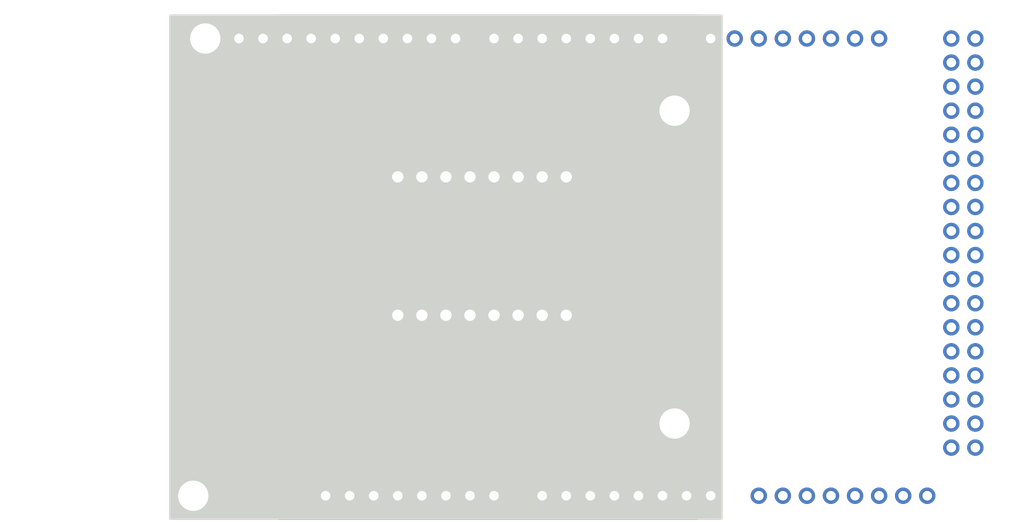
<source format=kicad_pcb>
(kicad_pcb (version 20171130) (host pcbnew "(5.0.1)-3")

  (general
    (thickness 1.6)
    (drawings 10)
    (tracks 38)
    (zones 0)
    (modules 6)
    (nets 86)
  )

  (page A4)
  (layers
    (0 F.Cu signal)
    (31 B.Cu signal)
    (32 B.Adhes user hide)
    (33 F.Adhes user hide)
    (34 B.Paste user)
    (35 F.Paste user)
    (36 B.SilkS user)
    (37 F.SilkS user)
    (38 B.Mask user)
    (39 F.Mask user)
    (40 Dwgs.User user hide)
    (41 Cmts.User user hide)
    (42 Eco1.User user hide)
    (43 Eco2.User user hide)
    (44 Edge.Cuts user)
    (45 Margin user)
    (46 B.CrtYd user)
    (47 F.CrtYd user)
    (48 B.Fab user)
    (49 F.Fab user hide)
  )

  (setup
    (last_trace_width 0.25)
    (trace_clearance 0.2)
    (zone_clearance 0.508)
    (zone_45_only no)
    (trace_min 0.2)
    (segment_width 0.2)
    (edge_width 0.15)
    (via_size 0.8)
    (via_drill 0.4)
    (via_min_size 0.4)
    (via_min_drill 0.3)
    (uvia_size 0.3)
    (uvia_drill 0.1)
    (uvias_allowed no)
    (uvia_min_size 0.2)
    (uvia_min_drill 0.1)
    (pcb_text_width 0.3)
    (pcb_text_size 1.5 1.5)
    (mod_edge_width 0.15)
    (mod_text_size 1 1)
    (mod_text_width 0.15)
    (pad_size 1.524 1.524)
    (pad_drill 0.762)
    (pad_to_mask_clearance 0.2)
    (solder_mask_min_width 0.1)
    (pad_to_paste_clearance_ratio -0.05)
    (aux_axis_origin 76.2 121.92)
    (visible_elements 7FFFFFFF)
    (pcbplotparams
      (layerselection 0x010f0_ffffffff)
      (usegerberextensions true)
      (usegerberattributes false)
      (usegerberadvancedattributes false)
      (creategerberjobfile false)
      (excludeedgelayer true)
      (linewidth 0.100000)
      (plotframeref false)
      (viasonmask false)
      (mode 1)
      (useauxorigin false)
      (hpglpennumber 1)
      (hpglpenspeed 20)
      (hpglpendiameter 15.000000)
      (psnegative false)
      (psa4output false)
      (plotreference true)
      (plotvalue true)
      (plotinvisibletext false)
      (padsonsilk true)
      (subtractmaskfromsilk false)
      (outputformat 1)
      (mirror false)
      (drillshape 0)
      (scaleselection 1)
      (outputdirectory "gerber/"))
  )

  (net 0 "")
  (net 1 "Net-(XA1-PadGND3)")
  (net 2 "Net-(XA1-PadGND2)")
  (net 3 "Net-(XA1-PadRST1)")
  (net 4 "Net-(XA1-PadIORF)")
  (net 5 "Net-(XA1-PadD15)")
  (net 6 "Net-(XA1-PadD14)")
  (net 7 "Net-(XA1-PadD0)")
  (net 8 "Net-(XA1-PadD1)")
  (net 9 "Net-(XA1-PadD2)")
  (net 10 "Net-(XA1-PadD3)")
  (net 11 GND)
  (net 12 "Net-(XA1-PadAREF)")
  (net 13 "Net-(XA1-PadA5)")
  (net 14 "Net-(XA1-PadA6)")
  (net 15 "Net-(XA1-PadA11)")
  (net 16 "Net-(XA1-PadA12)")
  (net 17 "Net-(XA1-PadA13)")
  (net 18 "Net-(XA1-PadA14)")
  (net 19 "Net-(XA1-Pad5V3)")
  (net 20 "Net-(XA1-Pad5V4)")
  (net 21 "Net-(XA1-PadD22)")
  (net 22 "Net-(XA1-PadD23)")
  (net 23 "Net-(XA1-PadD24)")
  (net 24 "Net-(XA1-PadD25)")
  (net 25 "Net-(XA1-PadD27)")
  (net 26 "Net-(XA1-PadD45)")
  (net 27 "Net-(XA1-PadGND5)")
  (net 28 "Net-(XA1-PadGND6)")
  (net 29 +5V)
  (net 30 Tacho_L1)
  (net 31 Tacho_L2)
  (net 32 PWM_L2)
  (net 33 PWM_L1)
  (net 34 "Net-(XA1-PadD53)")
  (net 35 L2)
  (net 36 "Net-(XA1-PadD47)")
  (net 37 "Net-(XA1-PadD49)")
  (net 38 "Net-(XA1-PadD51)")
  (net 39 TEMP4)
  (net 40 TEMP1)
  (net 41 TEMP2)
  (net 42 TEMP3)
  (net 43 "Net-(XA1-PadD37)")
  (net 44 "Net-(XA1-PadD39)")
  (net 45 DHT1)
  (net 46 DHT2)
  (net 47 "Net-(XA1-PadD35)")
  (net 48 "Net-(XA1-PadD36)")
  (net 49 "Net-(XA1-PadD38)")
  (net 50 L1)
  (net 51 TGS2600)
  (net 52 DRUCK2)
  (net 53 DRUCK1)
  (net 54 BP_POW)
  (net 55 BP_DIR)
  (net 56 SDA)
  (net 57 SCL)
  (net 58 CO2_RX)
  (net 59 CO2_TX)
  (net 60 "Net-(XA1-PadD52)")
  (net 61 "Net-(XA1-PadD50)")
  (net 62 "Net-(XA1-PadD4)")
  (net 63 "Net-(XA1-PadD5)")
  (net 64 "Net-(XA1-PadA7)")
  (net 65 "Net-(XA1-PadD26)")
  (net 66 "Net-(XA1-PadD34)")
  (net 67 "Net-(XA1-PadD48)")
  (net 68 "Net-(XA1-PadSCL)")
  (net 69 "Net-(XA1-PadSDA)")
  (net 70 "Net-(XA1-PadA8)")
  (net 71 +3V3)
  (net 72 LCD_RST)
  (net 73 LCD_CS)
  (net 74 LCD_RS)
  (net 75 LCD_WR)
  (net 76 LCD_RD)
  (net 77 LCD_D1)
  (net 78 LCD_D0)
  (net 79 LCD_D7)
  (net 80 LCD_D6)
  (net 81 LCD_D5)
  (net 82 LCD_D2)
  (net 83 LCD_D3)
  (net 84 LCD_D4)
  (net 85 "Net-(XA1-PadVIN)")

  (net_class Default "Dies ist die voreingestellte Netzklasse."
    (clearance 0.2)
    (trace_width 0.25)
    (via_dia 0.8)
    (via_drill 0.4)
    (uvia_dia 0.3)
    (uvia_drill 0.1)
    (add_net BP_DIR)
    (add_net BP_POW)
    (add_net CO2_RX)
    (add_net CO2_TX)
    (add_net DHT1)
    (add_net DHT2)
    (add_net DRUCK1)
    (add_net DRUCK2)
    (add_net GND)
    (add_net L1)
    (add_net L2)
    (add_net LCD_CS)
    (add_net LCD_D0)
    (add_net LCD_D1)
    (add_net LCD_D2)
    (add_net LCD_D3)
    (add_net LCD_D4)
    (add_net LCD_D5)
    (add_net LCD_D6)
    (add_net LCD_D7)
    (add_net LCD_RD)
    (add_net LCD_RS)
    (add_net LCD_RST)
    (add_net LCD_WR)
    (add_net "Net-(XA1-Pad5V3)")
    (add_net "Net-(XA1-Pad5V4)")
    (add_net "Net-(XA1-PadA11)")
    (add_net "Net-(XA1-PadA12)")
    (add_net "Net-(XA1-PadA13)")
    (add_net "Net-(XA1-PadA14)")
    (add_net "Net-(XA1-PadA5)")
    (add_net "Net-(XA1-PadA6)")
    (add_net "Net-(XA1-PadA7)")
    (add_net "Net-(XA1-PadA8)")
    (add_net "Net-(XA1-PadAREF)")
    (add_net "Net-(XA1-PadD0)")
    (add_net "Net-(XA1-PadD1)")
    (add_net "Net-(XA1-PadD14)")
    (add_net "Net-(XA1-PadD15)")
    (add_net "Net-(XA1-PadD2)")
    (add_net "Net-(XA1-PadD22)")
    (add_net "Net-(XA1-PadD23)")
    (add_net "Net-(XA1-PadD24)")
    (add_net "Net-(XA1-PadD25)")
    (add_net "Net-(XA1-PadD26)")
    (add_net "Net-(XA1-PadD27)")
    (add_net "Net-(XA1-PadD3)")
    (add_net "Net-(XA1-PadD34)")
    (add_net "Net-(XA1-PadD35)")
    (add_net "Net-(XA1-PadD36)")
    (add_net "Net-(XA1-PadD37)")
    (add_net "Net-(XA1-PadD38)")
    (add_net "Net-(XA1-PadD39)")
    (add_net "Net-(XA1-PadD4)")
    (add_net "Net-(XA1-PadD45)")
    (add_net "Net-(XA1-PadD47)")
    (add_net "Net-(XA1-PadD48)")
    (add_net "Net-(XA1-PadD49)")
    (add_net "Net-(XA1-PadD5)")
    (add_net "Net-(XA1-PadD50)")
    (add_net "Net-(XA1-PadD51)")
    (add_net "Net-(XA1-PadD52)")
    (add_net "Net-(XA1-PadD53)")
    (add_net "Net-(XA1-PadGND2)")
    (add_net "Net-(XA1-PadGND3)")
    (add_net "Net-(XA1-PadGND5)")
    (add_net "Net-(XA1-PadGND6)")
    (add_net "Net-(XA1-PadIORF)")
    (add_net "Net-(XA1-PadRST1)")
    (add_net "Net-(XA1-PadSCL)")
    (add_net "Net-(XA1-PadSDA)")
    (add_net "Net-(XA1-PadVIN)")
    (add_net PWM_L1)
    (add_net PWM_L2)
    (add_net SCL)
    (add_net SDA)
    (add_net TEMP1)
    (add_net TEMP2)
    (add_net TEMP3)
    (add_net TEMP4)
    (add_net TGS2600)
    (add_net Tacho_L1)
    (add_net Tacho_L2)
  )

  (net_class Power ""
    (clearance 0.3)
    (trace_width 0.6)
    (via_dia 0.8)
    (via_drill 0.4)
    (uvia_dia 0.3)
    (uvia_drill 0.1)
    (add_net +3V3)
    (add_net +5V)
  )

  (module Arduino:Arduino_Mega2560_Shield_no_ICSP (layer F.Cu) (tedit 5C123A43) (tstamp 5B79BA5B)
    (at 76.2 121.92)
    (descr https://store.arduino.cc/arduino-mega-2560-rev3)
    (path /5B783564)
    (fp_text reference XA1 (at 2.54 -54.356) (layer F.Fab)
      (effects (font (size 1 1) (thickness 0.15)))
    )
    (fp_text value Arduino_Mega2560_Shield (at 15.494 -54.356) (layer F.Fab)
      (effects (font (size 1 1) (thickness 0.15)))
    )
    (fp_line (start 9.525 -32.385) (end -6.35 -32.385) (layer B.CrtYd) (width 0.15))
    (fp_line (start 9.525 -43.815) (end -6.35 -43.815) (layer B.CrtYd) (width 0.15))
    (fp_line (start 9.525 -43.815) (end 9.525 -32.385) (layer B.CrtYd) (width 0.15))
    (fp_line (start -6.35 -43.815) (end -6.35 -32.385) (layer B.CrtYd) (width 0.15))
    (fp_text user . (at 62.484 -32.004) (layer F.SilkS)
      (effects (font (size 1 1) (thickness 0.15)))
    )
    (fp_line (start 11.43 -12.065) (end 11.43 -3.175) (layer B.CrtYd) (width 0.15))
    (fp_line (start -1.905 -3.175) (end 11.43 -3.175) (layer B.CrtYd) (width 0.15))
    (fp_line (start -1.905 -12.065) (end -1.905 -3.175) (layer B.CrtYd) (width 0.15))
    (fp_line (start -1.905 -12.065) (end 11.43 -12.065) (layer B.CrtYd) (width 0.15))
    (fp_line (start 0 -53.34) (end 0 0) (layer F.Fab) (width 0.15))
    (fp_line (start 99.06 -40.64) (end 99.06 -51.816) (layer F.Fab) (width 0.15))
    (fp_line (start 101.6 -38.1) (end 99.06 -40.64) (layer F.Fab) (width 0.15))
    (fp_line (start 101.6 -3.81) (end 101.6 -38.1) (layer F.Fab) (width 0.15))
    (fp_line (start 99.06 -1.27) (end 101.6 -3.81) (layer F.Fab) (width 0.15))
    (fp_line (start 99.06 0) (end 99.06 -1.27) (layer F.Fab) (width 0.15))
    (fp_line (start 97.536 -53.34) (end 99.06 -51.816) (layer F.Fab) (width 0.15))
    (fp_line (start 0 0) (end 99.06 0) (layer F.Fab) (width 0.15))
    (fp_line (start 0 -53.34) (end 97.536 -53.34) (layer F.Fab) (width 0.15))
    (pad A0 thru_hole oval (at 50.8 -2.54) (size 1.7272 1.7272) (drill 1.016) (layers *.Cu *.Mask)
      (net 76 LCD_RD))
    (pad VIN thru_hole oval (at 45.72 -2.54) (size 1.7272 1.7272) (drill 1.016) (layers *.Cu *.Mask)
      (net 85 "Net-(XA1-PadVIN)"))
    (pad GND3 thru_hole oval (at 43.18 -2.54) (size 1.7272 1.7272) (drill 1.016) (layers *.Cu *.Mask)
      (net 1 "Net-(XA1-PadGND3)"))
    (pad GND2 thru_hole oval (at 40.64 -2.54) (size 1.7272 1.7272) (drill 1.016) (layers *.Cu *.Mask)
      (net 2 "Net-(XA1-PadGND2)"))
    (pad 5V1 thru_hole oval (at 38.1 -2.54) (size 1.7272 1.7272) (drill 1.016) (layers *.Cu *.Mask)
      (net 29 +5V))
    (pad 3V3 thru_hole oval (at 35.56 -2.54) (size 1.7272 1.7272) (drill 1.016) (layers *.Cu *.Mask)
      (net 71 +3V3))
    (pad RST1 thru_hole oval (at 33.02 -2.54) (size 1.7272 1.7272) (drill 1.016) (layers *.Cu *.Mask)
      (net 3 "Net-(XA1-PadRST1)"))
    (pad IORF thru_hole oval (at 30.48 -2.54) (size 1.7272 1.7272) (drill 1.016) (layers *.Cu *.Mask)
      (net 4 "Net-(XA1-PadIORF)"))
    (pad D21 thru_hole oval (at 86.36 -50.8) (size 1.7272 1.7272) (drill 1.016) (layers *.Cu *.Mask)
      (net 57 SCL))
    (pad D20 thru_hole oval (at 83.82 -50.8) (size 1.7272 1.7272) (drill 1.016) (layers *.Cu *.Mask)
      (net 56 SDA))
    (pad D19 thru_hole oval (at 81.28 -50.8) (size 1.7272 1.7272) (drill 1.016) (layers *.Cu *.Mask)
      (net 31 Tacho_L2))
    (pad D18 thru_hole oval (at 78.74 -50.8) (size 1.7272 1.7272) (drill 1.016) (layers *.Cu *.Mask)
      (net 30 Tacho_L1))
    (pad D17 thru_hole oval (at 76.2 -50.8) (size 1.7272 1.7272) (drill 1.016) (layers *.Cu *.Mask)
      (net 59 CO2_TX))
    (pad D16 thru_hole oval (at 73.66 -50.8) (size 1.7272 1.7272) (drill 1.016) (layers *.Cu *.Mask)
      (net 58 CO2_RX))
    (pad D15 thru_hole oval (at 71.12 -50.8) (size 1.7272 1.7272) (drill 1.016) (layers *.Cu *.Mask)
      (net 5 "Net-(XA1-PadD15)"))
    (pad D14 thru_hole oval (at 68.58 -50.8) (size 1.7272 1.7272) (drill 1.016) (layers *.Cu *.Mask)
      (net 6 "Net-(XA1-PadD14)"))
    (pad D0 thru_hole oval (at 63.5 -50.8) (size 1.7272 1.7272) (drill 1.016) (layers *.Cu *.Mask)
      (net 7 "Net-(XA1-PadD0)"))
    (pad D1 thru_hole oval (at 60.96 -50.8) (size 1.7272 1.7272) (drill 1.016) (layers *.Cu *.Mask)
      (net 8 "Net-(XA1-PadD1)"))
    (pad D2 thru_hole oval (at 58.42 -50.8) (size 1.7272 1.7272) (drill 1.016) (layers *.Cu *.Mask)
      (net 9 "Net-(XA1-PadD2)"))
    (pad D3 thru_hole oval (at 55.88 -50.8) (size 1.7272 1.7272) (drill 1.016) (layers *.Cu *.Mask)
      (net 10 "Net-(XA1-PadD3)"))
    (pad D4 thru_hole oval (at 53.34 -50.8) (size 1.7272 1.7272) (drill 1.016) (layers *.Cu *.Mask)
      (net 62 "Net-(XA1-PadD4)"))
    (pad D5 thru_hole oval (at 50.8 -50.8) (size 1.7272 1.7272) (drill 1.016) (layers *.Cu *.Mask)
      (net 63 "Net-(XA1-PadD5)"))
    (pad D6 thru_hole oval (at 48.26 -50.8) (size 1.7272 1.7272) (drill 1.016) (layers *.Cu *.Mask)
      (net 77 LCD_D1))
    (pad D7 thru_hole oval (at 45.72 -50.8) (size 1.7272 1.7272) (drill 1.016) (layers *.Cu *.Mask)
      (net 78 LCD_D0))
    (pad GND1 thru_hole oval (at 26.416 -50.8) (size 1.7272 1.7272) (drill 1.016) (layers *.Cu *.Mask)
      (net 11 GND))
    (pad D8 thru_hole oval (at 41.656 -50.8) (size 1.7272 1.7272) (drill 1.016) (layers *.Cu *.Mask)
      (net 79 LCD_D7))
    (pad D9 thru_hole oval (at 39.116 -50.8) (size 1.7272 1.7272) (drill 1.016) (layers *.Cu *.Mask)
      (net 80 LCD_D6))
    (pad D10 thru_hole oval (at 36.576 -50.8) (size 1.7272 1.7272) (drill 1.016) (layers *.Cu *.Mask)
      (net 81 LCD_D5))
    (pad "" np_thru_hole circle (at 90.17 -50.8) (size 3.2 3.2) (drill 3.2) (layers *.Cu *.Mask))
    (pad "" np_thru_hole circle (at 96.52 -2.54) (size 3.2 3.2) (drill 3.2) (layers *.Cu *.Mask))
    (pad "" np_thru_hole circle (at 13.97 -2.54) (size 3.2 3.2) (drill 3.2) (layers *.Cu *.Mask))
    (pad SCL thru_hole oval (at 18.796 -50.8) (size 1.7272 1.7272) (drill 1.016) (layers *.Cu *.Mask)
      (net 68 "Net-(XA1-PadSCL)"))
    (pad SDA thru_hole oval (at 21.336 -50.8) (size 1.7272 1.7272) (drill 1.016) (layers *.Cu *.Mask)
      (net 69 "Net-(XA1-PadSDA)"))
    (pad AREF thru_hole oval (at 23.876 -50.8) (size 1.7272 1.7272) (drill 1.016) (layers *.Cu *.Mask)
      (net 12 "Net-(XA1-PadAREF)"))
    (pad D13 thru_hole oval (at 28.956 -50.8) (size 1.7272 1.7272) (drill 1.016) (layers *.Cu *.Mask)
      (net 82 LCD_D2))
    (pad D12 thru_hole oval (at 31.496 -50.8) (size 1.7272 1.7272) (drill 1.016) (layers *.Cu *.Mask)
      (net 83 LCD_D3))
    (pad D11 thru_hole oval (at 34.036 -50.8) (size 1.7272 1.7272) (drill 1.016) (layers *.Cu *.Mask)
      (net 84 LCD_D4))
    (pad "" thru_hole oval (at 27.94 -2.54) (size 1.7272 1.7272) (drill 1.016) (layers *.Cu *.Mask))
    (pad A1 thru_hole oval (at 53.34 -2.54) (size 1.7272 1.7272) (drill 1.016) (layers *.Cu *.Mask)
      (net 75 LCD_WR))
    (pad A2 thru_hole oval (at 55.88 -2.54) (size 1.7272 1.7272) (drill 1.016) (layers *.Cu *.Mask)
      (net 74 LCD_RS))
    (pad A3 thru_hole oval (at 58.42 -2.54) (size 1.7272 1.7272) (drill 1.016) (layers *.Cu *.Mask)
      (net 73 LCD_CS))
    (pad A4 thru_hole oval (at 60.96 -2.54) (size 1.7272 1.7272) (drill 1.016) (layers *.Cu *.Mask)
      (net 72 LCD_RST))
    (pad A5 thru_hole oval (at 63.5 -2.54) (size 1.7272 1.7272) (drill 1.016) (layers *.Cu *.Mask)
      (net 13 "Net-(XA1-PadA5)"))
    (pad A6 thru_hole oval (at 66.04 -2.54) (size 1.7272 1.7272) (drill 1.016) (layers *.Cu *.Mask)
      (net 14 "Net-(XA1-PadA6)"))
    (pad A7 thru_hole oval (at 68.58 -2.54) (size 1.7272 1.7272) (drill 1.016) (layers *.Cu *.Mask)
      (net 64 "Net-(XA1-PadA7)"))
    (pad A8 thru_hole oval (at 73.66 -2.54) (size 1.7272 1.7272) (drill 1.016) (layers *.Cu *.Mask)
      (net 70 "Net-(XA1-PadA8)"))
    (pad A9 thru_hole oval (at 76.2 -2.54) (size 1.7272 1.7272) (drill 1.016) (layers *.Cu *.Mask)
      (net 53 DRUCK1))
    (pad A10 thru_hole oval (at 78.74 -2.54) (size 1.7272 1.7272) (drill 1.016) (layers *.Cu *.Mask)
      (net 52 DRUCK2))
    (pad A11 thru_hole oval (at 81.28 -2.54) (size 1.7272 1.7272) (drill 1.016) (layers *.Cu *.Mask)
      (net 15 "Net-(XA1-PadA11)"))
    (pad A12 thru_hole oval (at 83.82 -2.54) (size 1.7272 1.7272) (drill 1.016) (layers *.Cu *.Mask)
      (net 16 "Net-(XA1-PadA12)"))
    (pad A13 thru_hole oval (at 86.36 -2.54) (size 1.7272 1.7272) (drill 1.016) (layers *.Cu *.Mask)
      (net 17 "Net-(XA1-PadA13)"))
    (pad A14 thru_hole oval (at 88.9 -2.54) (size 1.7272 1.7272) (drill 1.016) (layers *.Cu *.Mask)
      (net 18 "Net-(XA1-PadA14)"))
    (pad A15 thru_hole oval (at 91.44 -2.54) (size 1.7272 1.7272) (drill 1.016) (layers *.Cu *.Mask)
      (net 51 TGS2600))
    (pad 5V3 thru_hole oval (at 93.98 -50.8) (size 1.7272 1.7272) (drill 1.016) (layers *.Cu *.Mask)
      (net 19 "Net-(XA1-Pad5V3)"))
    (pad 5V4 thru_hole oval (at 96.52 -50.8) (size 1.7272 1.7272) (drill 1.016) (layers *.Cu *.Mask)
      (net 20 "Net-(XA1-Pad5V4)"))
    (pad D22 thru_hole oval (at 93.98 -48.26) (size 1.7272 1.7272) (drill 1.016) (layers *.Cu *.Mask)
      (net 21 "Net-(XA1-PadD22)"))
    (pad D23 thru_hole oval (at 96.52 -48.26) (size 1.7272 1.7272) (drill 1.016) (layers *.Cu *.Mask)
      (net 22 "Net-(XA1-PadD23)"))
    (pad D24 thru_hole oval (at 93.98 -45.72) (size 1.7272 1.7272) (drill 1.016) (layers *.Cu *.Mask)
      (net 23 "Net-(XA1-PadD24)"))
    (pad D25 thru_hole oval (at 96.52 -45.72) (size 1.7272 1.7272) (drill 1.016) (layers *.Cu *.Mask)
      (net 24 "Net-(XA1-PadD25)"))
    (pad D26 thru_hole oval (at 93.98 -43.18) (size 1.7272 1.7272) (drill 1.016) (layers *.Cu *.Mask)
      (net 65 "Net-(XA1-PadD26)"))
    (pad D27 thru_hole oval (at 96.52 -43.18) (size 1.7272 1.7272) (drill 1.016) (layers *.Cu *.Mask)
      (net 25 "Net-(XA1-PadD27)"))
    (pad D28 thru_hole oval (at 93.98 -40.64) (size 1.7272 1.7272) (drill 1.016) (layers *.Cu *.Mask)
      (net 45 DHT1))
    (pad D29 thru_hole oval (at 96.52 -40.64) (size 1.7272 1.7272) (drill 1.016) (layers *.Cu *.Mask)
      (net 46 DHT2))
    (pad D30 thru_hole oval (at 93.98 -38.1) (size 1.7272 1.7272) (drill 1.016) (layers *.Cu *.Mask)
      (net 40 TEMP1))
    (pad D31 thru_hole oval (at 96.52 -38.1) (size 1.7272 1.7272) (drill 1.016) (layers *.Cu *.Mask)
      (net 41 TEMP2))
    (pad D32 thru_hole oval (at 93.98 -35.56) (size 1.7272 1.7272) (drill 1.016) (layers *.Cu *.Mask)
      (net 42 TEMP3))
    (pad D33 thru_hole oval (at 96.52 -35.56) (size 1.7272 1.7272) (drill 1.016) (layers *.Cu *.Mask)
      (net 39 TEMP4))
    (pad D34 thru_hole oval (at 93.98 -33.02) (size 1.7272 1.7272) (drill 1.016) (layers *.Cu *.Mask)
      (net 66 "Net-(XA1-PadD34)"))
    (pad D35 thru_hole oval (at 96.52 -33.02) (size 1.7272 1.7272) (drill 1.016) (layers *.Cu *.Mask)
      (net 47 "Net-(XA1-PadD35)"))
    (pad D36 thru_hole oval (at 93.98 -30.48) (size 1.7272 1.7272) (drill 1.016) (layers *.Cu *.Mask)
      (net 48 "Net-(XA1-PadD36)"))
    (pad D37 thru_hole oval (at 96.52 -30.48) (size 1.7272 1.7272) (drill 1.016) (layers *.Cu *.Mask)
      (net 43 "Net-(XA1-PadD37)"))
    (pad D38 thru_hole oval (at 93.98 -27.94) (size 1.7272 1.7272) (drill 1.016) (layers *.Cu *.Mask)
      (net 49 "Net-(XA1-PadD38)"))
    (pad D39 thru_hole oval (at 96.52 -27.94) (size 1.7272 1.7272) (drill 1.016) (layers *.Cu *.Mask)
      (net 44 "Net-(XA1-PadD39)"))
    (pad D40 thru_hole oval (at 93.98 -25.4) (size 1.7272 1.7272) (drill 1.016) (layers *.Cu *.Mask)
      (net 54 BP_POW))
    (pad D41 thru_hole oval (at 96.52 -25.4) (size 1.7272 1.7272) (drill 1.016) (layers *.Cu *.Mask)
      (net 55 BP_DIR))
    (pad D42 thru_hole oval (at 93.98 -22.86) (size 1.7272 1.7272) (drill 1.016) (layers *.Cu *.Mask)
      (net 50 L1))
    (pad D43 thru_hole oval (at 96.52 -22.86) (size 1.7272 1.7272) (drill 1.016) (layers *.Cu *.Mask)
      (net 35 L2))
    (pad D44 thru_hole oval (at 93.98 -20.32) (size 1.7272 1.7272) (drill 1.016) (layers *.Cu *.Mask)
      (net 33 PWM_L1))
    (pad D45 thru_hole oval (at 96.52 -20.32) (size 1.7272 1.7272) (drill 1.016) (layers *.Cu *.Mask)
      (net 26 "Net-(XA1-PadD45)"))
    (pad D46 thru_hole oval (at 93.98 -17.78) (size 1.7272 1.7272) (drill 1.016) (layers *.Cu *.Mask)
      (net 32 PWM_L2))
    (pad D47 thru_hole oval (at 96.52 -17.78) (size 1.7272 1.7272) (drill 1.016) (layers *.Cu *.Mask)
      (net 36 "Net-(XA1-PadD47)"))
    (pad D48 thru_hole oval (at 93.98 -15.24) (size 1.7272 1.7272) (drill 1.016) (layers *.Cu *.Mask)
      (net 67 "Net-(XA1-PadD48)"))
    (pad D49 thru_hole oval (at 96.52 -15.24) (size 1.7272 1.7272) (drill 1.016) (layers *.Cu *.Mask)
      (net 37 "Net-(XA1-PadD49)"))
    (pad D50 thru_hole oval (at 93.98 -12.7) (size 1.7272 1.7272) (drill 1.016) (layers *.Cu *.Mask)
      (net 61 "Net-(XA1-PadD50)"))
    (pad D51 thru_hole oval (at 96.52 -12.7) (size 1.7272 1.7272) (drill 1.016) (layers *.Cu *.Mask)
      (net 38 "Net-(XA1-PadD51)"))
    (pad D52 thru_hole oval (at 93.98 -10.16) (size 1.7272 1.7272) (drill 1.016) (layers *.Cu *.Mask)
      (net 60 "Net-(XA1-PadD52)"))
    (pad D53 thru_hole oval (at 96.52 -10.16) (size 1.7272 1.7272) (drill 1.016) (layers *.Cu *.Mask)
      (net 34 "Net-(XA1-PadD53)"))
    (pad GND5 thru_hole oval (at 93.98 -7.62) (size 1.7272 1.7272) (drill 1.016) (layers *.Cu *.Mask)
      (net 27 "Net-(XA1-PadGND5)"))
    (pad GND6 thru_hole oval (at 96.52 -7.62) (size 1.7272 1.7272) (drill 1.016) (layers *.Cu *.Mask)
      (net 28 "Net-(XA1-PadGND6)"))
  )

  (module Connectors_Molex:Molex_KK-6410-08_08x2.54mm_Straight (layer B.Cu) (tedit 58EE6EEE) (tstamp 5C11188D)
    (at 111.76 85.725)
    (descr "Connector Headers with Friction Lock, 22-27-2081, http://www.molex.com/pdm_docs/sd/022272021_sd.pdf")
    (tags "connector molex kk_6410 22-27-2081")
    (path /5C13E74F)
    (fp_text reference J16 (at 1 4.5) (layer B.SilkS)
      (effects (font (size 1 1) (thickness 0.15)) (justify mirror))
    )
    (fp_text value "TFT Display 2" (at 8.89 -4.5) (layer B.Fab)
      (effects (font (size 1 1) (thickness 0.15)) (justify mirror))
    )
    (fp_line (start -1.47 3.12) (end -1.47 -3.08) (layer B.Fab) (width 0.12))
    (fp_line (start -1.47 -3.08) (end 19.25 -3.08) (layer B.Fab) (width 0.12))
    (fp_line (start 19.25 -3.08) (end 19.25 3.12) (layer B.Fab) (width 0.12))
    (fp_line (start 19.25 3.12) (end -1.47 3.12) (layer B.Fab) (width 0.12))
    (fp_line (start -1.37 3.02) (end -1.37 -2.98) (layer B.SilkS) (width 0.12))
    (fp_line (start -1.37 -2.98) (end 19.15 -2.98) (layer B.SilkS) (width 0.12))
    (fp_line (start 19.15 -2.98) (end 19.15 3.02) (layer B.SilkS) (width 0.12))
    (fp_line (start 19.15 3.02) (end -1.37 3.02) (layer B.SilkS) (width 0.12))
    (fp_line (start 0 -2.98) (end 0 -1.98) (layer B.SilkS) (width 0.12))
    (fp_line (start 0 -1.98) (end 5.08 -1.98) (layer B.SilkS) (width 0.12))
    (fp_line (start 5.08 -1.98) (end 5.08 -2.98) (layer B.SilkS) (width 0.12))
    (fp_line (start 0 -1.98) (end 0.25 -1.55) (layer B.SilkS) (width 0.12))
    (fp_line (start 0.25 -1.55) (end 5.08 -1.55) (layer B.SilkS) (width 0.12))
    (fp_line (start 5.08 -1.55) (end 5.08 -1.98) (layer B.SilkS) (width 0.12))
    (fp_line (start 0.25 -2.98) (end 0.25 -1.98) (layer B.SilkS) (width 0.12))
    (fp_line (start 17.78 -2.98) (end 17.78 -1.98) (layer B.SilkS) (width 0.12))
    (fp_line (start 17.78 -1.98) (end 12.7 -1.98) (layer B.SilkS) (width 0.12))
    (fp_line (start 12.7 -1.98) (end 12.7 -2.98) (layer B.SilkS) (width 0.12))
    (fp_line (start 17.78 -1.98) (end 17.53 -1.55) (layer B.SilkS) (width 0.12))
    (fp_line (start 17.53 -1.55) (end 12.7 -1.55) (layer B.SilkS) (width 0.12))
    (fp_line (start 12.7 -1.55) (end 12.7 -1.98) (layer B.SilkS) (width 0.12))
    (fp_line (start 17.53 -2.98) (end 17.53 -1.98) (layer B.SilkS) (width 0.12))
    (fp_line (start -0.8 3.02) (end -0.8 2.4) (layer B.SilkS) (width 0.12))
    (fp_line (start -0.8 2.4) (end 0.8 2.4) (layer B.SilkS) (width 0.12))
    (fp_line (start 0.8 2.4) (end 0.8 3.02) (layer B.SilkS) (width 0.12))
    (fp_line (start 1.74 3.02) (end 1.74 2.4) (layer B.SilkS) (width 0.12))
    (fp_line (start 1.74 2.4) (end 3.34 2.4) (layer B.SilkS) (width 0.12))
    (fp_line (start 3.34 2.4) (end 3.34 3.02) (layer B.SilkS) (width 0.12))
    (fp_line (start 4.28 3.02) (end 4.28 2.4) (layer B.SilkS) (width 0.12))
    (fp_line (start 4.28 2.4) (end 5.88 2.4) (layer B.SilkS) (width 0.12))
    (fp_line (start 5.88 2.4) (end 5.88 3.02) (layer B.SilkS) (width 0.12))
    (fp_line (start 6.82 3.02) (end 6.82 2.4) (layer B.SilkS) (width 0.12))
    (fp_line (start 6.82 2.4) (end 8.42 2.4) (layer B.SilkS) (width 0.12))
    (fp_line (start 8.42 2.4) (end 8.42 3.02) (layer B.SilkS) (width 0.12))
    (fp_line (start 9.36 3.02) (end 9.36 2.4) (layer B.SilkS) (width 0.12))
    (fp_line (start 9.36 2.4) (end 10.96 2.4) (layer B.SilkS) (width 0.12))
    (fp_line (start 10.96 2.4) (end 10.96 3.02) (layer B.SilkS) (width 0.12))
    (fp_line (start 11.9 3.02) (end 11.9 2.4) (layer B.SilkS) (width 0.12))
    (fp_line (start 11.9 2.4) (end 13.5 2.4) (layer B.SilkS) (width 0.12))
    (fp_line (start 13.5 2.4) (end 13.5 3.02) (layer B.SilkS) (width 0.12))
    (fp_line (start 14.44 3.02) (end 14.44 2.4) (layer B.SilkS) (width 0.12))
    (fp_line (start 14.44 2.4) (end 16.04 2.4) (layer B.SilkS) (width 0.12))
    (fp_line (start 16.04 2.4) (end 16.04 3.02) (layer B.SilkS) (width 0.12))
    (fp_line (start 16.98 3.02) (end 16.98 2.4) (layer B.SilkS) (width 0.12))
    (fp_line (start 16.98 2.4) (end 18.58 2.4) (layer B.SilkS) (width 0.12))
    (fp_line (start 18.58 2.4) (end 18.58 3.02) (layer B.SilkS) (width 0.12))
    (fp_line (start -1.9 -3.5) (end -1.9 3.55) (layer B.CrtYd) (width 0.05))
    (fp_line (start -1.9 3.55) (end 19.7 3.55) (layer B.CrtYd) (width 0.05))
    (fp_line (start 19.7 3.55) (end 19.7 -3.5) (layer B.CrtYd) (width 0.05))
    (fp_line (start 19.7 -3.5) (end -1.9 -3.5) (layer B.CrtYd) (width 0.05))
    (fp_text user %R (at 8.89 0) (layer B.Fab)
      (effects (font (size 1 1) (thickness 0.15)) (justify mirror))
    )
    (pad 1 thru_hole rect (at 0 0) (size 2 2.6) (drill 1.2) (layers *.Cu *.Mask)
      (net 82 LCD_D2))
    (pad 2 thru_hole oval (at 2.54 0) (size 2 2.6) (drill 1.2) (layers *.Cu *.Mask)
      (net 83 LCD_D3))
    (pad 3 thru_hole oval (at 5.08 0) (size 2 2.6) (drill 1.2) (layers *.Cu *.Mask)
      (net 84 LCD_D4))
    (pad 4 thru_hole oval (at 7.62 0) (size 2 2.6) (drill 1.2) (layers *.Cu *.Mask)
      (net 81 LCD_D5))
    (pad 5 thru_hole oval (at 10.16 0) (size 2 2.6) (drill 1.2) (layers *.Cu *.Mask)
      (net 80 LCD_D6))
    (pad 6 thru_hole oval (at 12.7 0) (size 2 2.6) (drill 1.2) (layers *.Cu *.Mask)
      (net 79 LCD_D7))
    (pad 7 thru_hole oval (at 15.24 0) (size 2 2.6) (drill 1.2) (layers *.Cu *.Mask)
      (net 78 LCD_D0))
    (pad 8 thru_hole oval (at 17.78 0) (size 2 2.6) (drill 1.2) (layers *.Cu *.Mask)
      (net 77 LCD_D1))
    (model ${KISYS3DMOD}/Connectors_Molex.3dshapes/Molex_KK-6410-08_08x2.54mm_Straight.wrl
      (at (xyz 0 0 0))
      (scale (xyz 1 1 1))
      (rotate (xyz 0 0 0))
    )
  )

  (module Connectors_Molex:Molex_KK-6410-08_08x2.54mm_Straight (layer B.Cu) (tedit 58EE6EEE) (tstamp 5C1102F2)
    (at 129.54 100.33 180)
    (descr "Connector Headers with Friction Lock, 22-27-2081, http://www.molex.com/pdm_docs/sd/022272021_sd.pdf")
    (tags "connector molex kk_6410 22-27-2081")
    (path /5C116096)
    (fp_text reference J15 (at 1 4.5 180) (layer B.SilkS)
      (effects (font (size 1 1) (thickness 0.15)) (justify mirror))
    )
    (fp_text value "TFT Display 1" (at 8.89 -4.5 180) (layer B.Fab)
      (effects (font (size 1 1) (thickness 0.15)) (justify mirror))
    )
    (fp_line (start -1.47 3.12) (end -1.47 -3.08) (layer B.Fab) (width 0.12))
    (fp_line (start -1.47 -3.08) (end 19.25 -3.08) (layer B.Fab) (width 0.12))
    (fp_line (start 19.25 -3.08) (end 19.25 3.12) (layer B.Fab) (width 0.12))
    (fp_line (start 19.25 3.12) (end -1.47 3.12) (layer B.Fab) (width 0.12))
    (fp_line (start -1.37 3.02) (end -1.37 -2.98) (layer B.SilkS) (width 0.12))
    (fp_line (start -1.37 -2.98) (end 19.15 -2.98) (layer B.SilkS) (width 0.12))
    (fp_line (start 19.15 -2.98) (end 19.15 3.02) (layer B.SilkS) (width 0.12))
    (fp_line (start 19.15 3.02) (end -1.37 3.02) (layer B.SilkS) (width 0.12))
    (fp_line (start 0 -2.98) (end 0 -1.98) (layer B.SilkS) (width 0.12))
    (fp_line (start 0 -1.98) (end 5.08 -1.98) (layer B.SilkS) (width 0.12))
    (fp_line (start 5.08 -1.98) (end 5.08 -2.98) (layer B.SilkS) (width 0.12))
    (fp_line (start 0 -1.98) (end 0.25 -1.55) (layer B.SilkS) (width 0.12))
    (fp_line (start 0.25 -1.55) (end 5.08 -1.55) (layer B.SilkS) (width 0.12))
    (fp_line (start 5.08 -1.55) (end 5.08 -1.98) (layer B.SilkS) (width 0.12))
    (fp_line (start 0.25 -2.98) (end 0.25 -1.98) (layer B.SilkS) (width 0.12))
    (fp_line (start 17.78 -2.98) (end 17.78 -1.98) (layer B.SilkS) (width 0.12))
    (fp_line (start 17.78 -1.98) (end 12.7 -1.98) (layer B.SilkS) (width 0.12))
    (fp_line (start 12.7 -1.98) (end 12.7 -2.98) (layer B.SilkS) (width 0.12))
    (fp_line (start 17.78 -1.98) (end 17.53 -1.55) (layer B.SilkS) (width 0.12))
    (fp_line (start 17.53 -1.55) (end 12.7 -1.55) (layer B.SilkS) (width 0.12))
    (fp_line (start 12.7 -1.55) (end 12.7 -1.98) (layer B.SilkS) (width 0.12))
    (fp_line (start 17.53 -2.98) (end 17.53 -1.98) (layer B.SilkS) (width 0.12))
    (fp_line (start -0.8 3.02) (end -0.8 2.4) (layer B.SilkS) (width 0.12))
    (fp_line (start -0.8 2.4) (end 0.8 2.4) (layer B.SilkS) (width 0.12))
    (fp_line (start 0.8 2.4) (end 0.8 3.02) (layer B.SilkS) (width 0.12))
    (fp_line (start 1.74 3.02) (end 1.74 2.4) (layer B.SilkS) (width 0.12))
    (fp_line (start 1.74 2.4) (end 3.34 2.4) (layer B.SilkS) (width 0.12))
    (fp_line (start 3.34 2.4) (end 3.34 3.02) (layer B.SilkS) (width 0.12))
    (fp_line (start 4.28 3.02) (end 4.28 2.4) (layer B.SilkS) (width 0.12))
    (fp_line (start 4.28 2.4) (end 5.88 2.4) (layer B.SilkS) (width 0.12))
    (fp_line (start 5.88 2.4) (end 5.88 3.02) (layer B.SilkS) (width 0.12))
    (fp_line (start 6.82 3.02) (end 6.82 2.4) (layer B.SilkS) (width 0.12))
    (fp_line (start 6.82 2.4) (end 8.42 2.4) (layer B.SilkS) (width 0.12))
    (fp_line (start 8.42 2.4) (end 8.42 3.02) (layer B.SilkS) (width 0.12))
    (fp_line (start 9.36 3.02) (end 9.36 2.4) (layer B.SilkS) (width 0.12))
    (fp_line (start 9.36 2.4) (end 10.96 2.4) (layer B.SilkS) (width 0.12))
    (fp_line (start 10.96 2.4) (end 10.96 3.02) (layer B.SilkS) (width 0.12))
    (fp_line (start 11.9 3.02) (end 11.9 2.4) (layer B.SilkS) (width 0.12))
    (fp_line (start 11.9 2.4) (end 13.5 2.4) (layer B.SilkS) (width 0.12))
    (fp_line (start 13.5 2.4) (end 13.5 3.02) (layer B.SilkS) (width 0.12))
    (fp_line (start 14.44 3.02) (end 14.44 2.4) (layer B.SilkS) (width 0.12))
    (fp_line (start 14.44 2.4) (end 16.04 2.4) (layer B.SilkS) (width 0.12))
    (fp_line (start 16.04 2.4) (end 16.04 3.02) (layer B.SilkS) (width 0.12))
    (fp_line (start 16.98 3.02) (end 16.98 2.4) (layer B.SilkS) (width 0.12))
    (fp_line (start 16.98 2.4) (end 18.58 2.4) (layer B.SilkS) (width 0.12))
    (fp_line (start 18.58 2.4) (end 18.58 3.02) (layer B.SilkS) (width 0.12))
    (fp_line (start -1.9 -3.5) (end -1.9 3.55) (layer B.CrtYd) (width 0.05))
    (fp_line (start -1.9 3.55) (end 19.7 3.55) (layer B.CrtYd) (width 0.05))
    (fp_line (start 19.7 3.55) (end 19.7 -3.5) (layer B.CrtYd) (width 0.05))
    (fp_line (start 19.7 -3.5) (end -1.9 -3.5) (layer B.CrtYd) (width 0.05))
    (fp_text user %R (at 8.89 0 180) (layer B.Fab)
      (effects (font (size 1 1) (thickness 0.15)) (justify mirror))
    )
    (pad 1 thru_hole rect (at 0 0 180) (size 2 2.6) (drill 1.2) (layers *.Cu *.Mask)
      (net 72 LCD_RST))
    (pad 2 thru_hole oval (at 2.54 0 180) (size 2 2.6) (drill 1.2) (layers *.Cu *.Mask)
      (net 73 LCD_CS))
    (pad 3 thru_hole oval (at 5.08 0 180) (size 2 2.6) (drill 1.2) (layers *.Cu *.Mask)
      (net 74 LCD_RS))
    (pad 4 thru_hole oval (at 7.62 0 180) (size 2 2.6) (drill 1.2) (layers *.Cu *.Mask)
      (net 75 LCD_WR))
    (pad 5 thru_hole oval (at 10.16 0 180) (size 2 2.6) (drill 1.2) (layers *.Cu *.Mask)
      (net 76 LCD_RD))
    (pad 6 thru_hole oval (at 12.7 0 180) (size 2 2.6) (drill 1.2) (layers *.Cu *.Mask)
      (net 11 GND))
    (pad 7 thru_hole oval (at 15.24 0 180) (size 2 2.6) (drill 1.2) (layers *.Cu *.Mask)
      (net 29 +5V))
    (pad 8 thru_hole oval (at 17.78 0 180) (size 2 2.6) (drill 1.2) (layers *.Cu *.Mask)
      (net 71 +3V3))
    (model ${KISYS3DMOD}/Connectors_Molex.3dshapes/Molex_KK-6410-08_08x2.54mm_Straight.wrl
      (at (xyz 0 0 0))
      (scale (xyz 1 1 1))
      (rotate (xyz 0 0 0))
    )
  )

  (module Mounting_Holes:MountingHole_3.2mm_M3_DIN965 (layer F.Cu) (tedit 5C31CE35) (tstamp 5C31CD61)
    (at 91.44 71.12)
    (descr "Mounting Hole 3.2mm, no annular, M3, DIN965")
    (tags "mounting hole 3.2mm no annular m3 din965")
    (attr virtual)
    (fp_text reference "" (at 0 -3.8) (layer F.SilkS)
      (effects (font (size 1 1) (thickness 0.15)))
    )
    (fp_text value MountingHole_3.2mm_M3_DIN965 (at 0 3.8) (layer F.Fab)
      (effects (font (size 1 1) (thickness 0.15)))
    )
    (fp_text user %R (at 0.3 0) (layer F.Fab)
      (effects (font (size 1 1) (thickness 0.15)))
    )
    (fp_circle (center 0 0) (end 2.8 0) (layer Cmts.User) (width 0.15))
    (fp_circle (center 0 0) (end 3.05 0) (layer F.CrtYd) (width 0.05))
    (pad 1 np_thru_hole circle (at 0 0) (size 3.2 3.2) (drill 3.2) (layers *.Cu *.Mask))
  )

  (module Mounting_Holes:MountingHole_3.2mm_M3_DIN965 (layer F.Cu) (tedit 5C31CE39) (tstamp 5C31CD6F)
    (at 140.97 78.74)
    (descr "Mounting Hole 3.2mm, no annular, M3, DIN965")
    (tags "mounting hole 3.2mm no annular m3 din965")
    (attr virtual)
    (fp_text reference "" (at 0 -3.8) (layer F.SilkS)
      (effects (font (size 1 1) (thickness 0.15)))
    )
    (fp_text value MountingHole_3.2mm_M3_DIN965 (at 0 3.8) (layer F.Fab)
      (effects (font (size 1 1) (thickness 0.15)))
    )
    (fp_text user %R (at 0.3 0) (layer F.Fab)
      (effects (font (size 1 1) (thickness 0.15)))
    )
    (fp_circle (center 0 0) (end 2.8 0) (layer Cmts.User) (width 0.15))
    (fp_circle (center 0 0) (end 3.05 0) (layer F.CrtYd) (width 0.05))
    (pad 1 np_thru_hole circle (at 0 0) (size 3.2 3.2) (drill 3.2) (layers *.Cu *.Mask))
  )

  (module Mounting_Holes:MountingHole_3.2mm_M3_DIN965 (layer F.Cu) (tedit 5C31CE3E) (tstamp 5C31CD76)
    (at 140.97 111.76)
    (descr "Mounting Hole 3.2mm, no annular, M3, DIN965")
    (tags "mounting hole 3.2mm no annular m3 din965")
    (attr virtual)
    (fp_text reference "" (at 0 -3.8) (layer F.SilkS)
      (effects (font (size 1 1) (thickness 0.15)))
    )
    (fp_text value MountingHole_3.2mm_M3_DIN965 (at 0 3.8) (layer F.Fab)
      (effects (font (size 1 1) (thickness 0.15)))
    )
    (fp_text user %R (at 0.3 0) (layer F.Fab)
      (effects (font (size 1 1) (thickness 0.15)))
    )
    (fp_circle (center 0 0) (end 2.8 0) (layer Cmts.User) (width 0.15))
    (fp_circle (center 0 0) (end 3.05 0) (layer F.CrtYd) (width 0.05))
    (pad 1 np_thru_hole circle (at 0 0) (size 3.2 3.2) (drill 3.2) (layers *.Cu *.Mask))
  )

  (gr_text 1 (at 129.794 98.298) (layer F.SilkS) (tstamp 5C2F10B0)
    (effects (font (size 1 1) (thickness 0.15)))
  )
  (gr_text 1 (at 111.76 88.138) (layer F.SilkS)
    (effects (font (size 1 1) (thickness 0.15)))
  )
  (gr_text 5V (at 116.84 113.665) (layer B.SilkS)
    (effects (font (size 1 1) (thickness 0.2)) (justify mirror))
  )
  (gr_text 3,3V (at 108.585 113.665) (layer B.SilkS)
    (effects (font (size 1 1) (thickness 0.2)) (justify mirror))
  )
  (gr_text "TFT Display Conn 2" (at 123.19 90.17) (layer B.SilkS) (tstamp 5C12FDA7)
    (effects (font (size 1 1) (thickness 0.2)) (justify mirror))
  )
  (gr_text "TFT Display Conn  1" (at 118.745 95.885) (layer B.SilkS)
    (effects (font (size 1 1) (thickness 0.2)) (justify mirror))
  )
  (gr_text https://github.com/svenjust/room-ventilation-system (at 96.52 106.68) (layer F.SilkS)
    (effects (font (size 1 1) (thickness 0.25)) (justify left))
  )
  (gr_text "Display-IF\nPluggit P300/P450\nRev 0.23" (at 106.68 77.47) (layer F.SilkS)
    (effects (font (size 1.4 1.4) (thickness 0.2)) (justify left))
  )
  (dimension 53.34 (width 0.3) (layer F.Fab)
    (gr_text "53,340 mm" (at 183.709999 95.25 90) (layer F.Fab)
      (effects (font (size 1.5 1.5) (thickness 0.3)))
    )
    (feature1 (pts (xy 177.8 68.58) (xy 182.19642 68.58)))
    (feature2 (pts (xy 177.8 121.92) (xy 182.19642 121.92)))
    (crossbar (pts (xy 181.609999 121.92) (xy 181.609999 68.58)))
    (arrow1a (pts (xy 181.609999 68.58) (xy 182.19642 69.706504)))
    (arrow1b (pts (xy 181.609999 68.58) (xy 181.023578 69.706504)))
    (arrow2a (pts (xy 181.609999 121.92) (xy 182.19642 120.793496)))
    (arrow2b (pts (xy 181.609999 121.92) (xy 181.023578 120.793496)))
  )
  (dimension 87.63 (width 0.3) (layer F.Fab)
    (gr_text "87,630 mm" (at 131.445 62.67) (layer F.Fab)
      (effects (font (size 1.5 1.5) (thickness 0.3)))
    )
    (feature1 (pts (xy 175.26 66.04) (xy 175.26 64.183579)))
    (feature2 (pts (xy 87.63 66.04) (xy 87.63 64.183579)))
    (crossbar (pts (xy 87.63 64.77) (xy 175.26 64.77)))
    (arrow1a (pts (xy 175.26 64.77) (xy 174.133496 65.356421)))
    (arrow1b (pts (xy 175.26 64.77) (xy 174.133496 64.183579)))
    (arrow2a (pts (xy 87.63 64.77) (xy 88.756504 65.356421)))
    (arrow2b (pts (xy 87.63 64.77) (xy 88.756504 64.183579)))
  )

  (segment (start 114.3 119.38) (end 114.3 100.33) (width 0.6) (layer B.Cu) (net 29))
  (segment (start 111.76 118.158686) (end 111.76 100.33) (width 0.6) (layer B.Cu) (net 71))
  (segment (start 111.76 119.38) (end 111.76 118.158686) (width 0.6) (layer B.Cu) (net 71))
  (segment (start 129.54 100.33) (end 129.54 106.68) (width 0.25) (layer B.Cu) (net 72))
  (segment (start 129.54 106.68) (end 137.16 114.3) (width 0.25) (layer B.Cu) (net 72))
  (segment (start 137.16 114.3) (end 137.16 119.38) (width 0.25) (layer B.Cu) (net 72))
  (segment (start 134.62 114.3) (end 134.62 119.38) (width 0.25) (layer B.Cu) (net 73))
  (segment (start 127 100.33) (end 127 106.68) (width 0.25) (layer B.Cu) (net 73))
  (segment (start 127 106.68) (end 134.62 114.3) (width 0.25) (layer B.Cu) (net 73))
  (segment (start 132.08 119.38) (end 132.08 114.3) (width 0.25) (layer B.Cu) (net 74))
  (segment (start 124.46 106.68) (end 124.46 100.33) (width 0.25) (layer B.Cu) (net 74))
  (segment (start 132.08 114.3) (end 124.46 106.68) (width 0.25) (layer B.Cu) (net 74))
  (segment (start 129.54 119.38) (end 129.54 114.935) (width 0.25) (layer B.Cu) (net 75))
  (segment (start 121.92 107.315) (end 121.92 100.33) (width 0.25) (layer B.Cu) (net 75))
  (segment (start 129.54 114.935) (end 121.92 107.315) (width 0.25) (layer B.Cu) (net 75))
  (segment (start 127 119.38) (end 127 115.57) (width 0.25) (layer B.Cu) (net 76))
  (segment (start 119.38 107.95) (end 119.38 100.33) (width 0.25) (layer B.Cu) (net 76))
  (segment (start 127 115.57) (end 119.38 107.95) (width 0.25) (layer B.Cu) (net 76))
  (segment (start 129.54 84.175) (end 129.54 85.725) (width 0.25) (layer B.Cu) (net 77))
  (segment (start 129.54 77.421314) (end 129.54 84.175) (width 0.25) (layer B.Cu) (net 77))
  (segment (start 124.46 72.341314) (end 129.54 77.421314) (width 0.25) (layer B.Cu) (net 77))
  (segment (start 124.46 71.12) (end 124.46 72.341314) (width 0.25) (layer B.Cu) (net 77))
  (segment (start 127 84.175) (end 127 85.725) (width 0.25) (layer B.Cu) (net 78))
  (segment (start 127 77.421314) (end 127 84.175) (width 0.25) (layer B.Cu) (net 78))
  (segment (start 121.92 72.341314) (end 127 77.421314) (width 0.25) (layer B.Cu) (net 78))
  (segment (start 121.92 71.12) (end 121.92 72.341314) (width 0.25) (layer B.Cu) (net 78))
  (segment (start 124.46 77.724) (end 124.46 85.725) (width 0.25) (layer B.Cu) (net 79))
  (segment (start 117.856 71.12) (end 124.46 77.724) (width 0.25) (layer B.Cu) (net 79))
  (segment (start 121.92 77.724) (end 121.92 85.725) (width 0.25) (layer B.Cu) (net 80))
  (segment (start 115.316 71.12) (end 121.92 77.724) (width 0.25) (layer B.Cu) (net 80))
  (segment (start 119.38 77.724) (end 119.38 85.725) (width 0.25) (layer B.Cu) (net 81))
  (segment (start 112.776 71.12) (end 119.38 77.724) (width 0.25) (layer B.Cu) (net 81))
  (segment (start 105.156 71.12) (end 111.76 77.724) (width 0.25) (layer B.Cu) (net 82))
  (segment (start 111.76 77.724) (end 111.76 85.725) (width 0.25) (layer B.Cu) (net 82))
  (segment (start 114.3 77.724) (end 114.3 85.725) (width 0.25) (layer B.Cu) (net 83))
  (segment (start 107.696 71.12) (end 114.3 77.724) (width 0.25) (layer B.Cu) (net 83))
  (segment (start 116.84 77.724) (end 116.84 85.725) (width 0.25) (layer B.Cu) (net 84))
  (segment (start 110.236 71.12) (end 116.84 77.724) (width 0.25) (layer B.Cu) (net 84))

  (zone (net 0) (net_name "") (layer Edge.Cuts) (tstamp 5B7E6894) (hatch edge 0.508)
    (connect_pads (clearance 0.508))
    (min_thickness 0.254)
    (fill yes (arc_segments 16) (thermal_gap 0.508) (thermal_bridge_width 0.508))
    (polygon
      (pts
        (xy 87.63 68.58) (xy 146.05 68.58) (xy 146.05 121.92) (xy 87.63 121.92)
      )
    )
    (filled_polygon
      (pts
        (xy 145.923 121.793) (xy 87.757 121.793) (xy 87.757 68.707) (xy 145.923 68.707)
      )
    )
  )
  (zone (net 11) (net_name GND) (layer B.Cu) (tstamp 5B7E6891) (hatch edge 0.508)
    (connect_pads (clearance 0.508))
    (min_thickness 0.254)
    (fill yes (arc_segments 16) (thermal_gap 0.508) (thermal_bridge_width 0.508))
    (polygon
      (pts
        (xy 99.06 121.92) (xy 99.06 68.58) (xy 143.51 68.58) (xy 143.51 121.92)
      )
    )
    (filled_polygon
      (pts
        (xy 143.383 70.51335) (xy 143.36835 70.535275) (xy 143.252041 71.12) (xy 143.36835 71.704725) (xy 143.383 71.72665)
        (xy 143.383 118.393212) (xy 143.32043 118.29957) (xy 142.824725 117.96835) (xy 142.387598 117.8814) (xy 142.092402 117.8814)
        (xy 141.655275 117.96835) (xy 141.15957 118.29957) (xy 140.97 118.583281) (xy 140.78043 118.29957) (xy 140.284725 117.96835)
        (xy 139.847598 117.8814) (xy 139.552402 117.8814) (xy 139.115275 117.96835) (xy 138.61957 118.29957) (xy 138.43 118.583281)
        (xy 138.24043 118.29957) (xy 137.92 118.085465) (xy 137.92 114.374846) (xy 137.934888 114.299999) (xy 137.92 114.225152)
        (xy 137.92 114.225148) (xy 137.875904 114.003463) (xy 137.834102 113.940902) (xy 137.750329 113.815526) (xy 137.750327 113.815524)
        (xy 137.707929 113.752071) (xy 137.644476 113.709673) (xy 135.250234 111.315431) (xy 138.735 111.315431) (xy 138.735 112.204569)
        (xy 139.075259 113.026026) (xy 139.703974 113.654741) (xy 140.525431 113.995) (xy 141.414569 113.995) (xy 142.236026 113.654741)
        (xy 142.864741 113.026026) (xy 143.205 112.204569) (xy 143.205 111.315431) (xy 142.864741 110.493974) (xy 142.236026 109.865259)
        (xy 141.414569 109.525) (xy 140.525431 109.525) (xy 139.703974 109.865259) (xy 139.075259 110.493974) (xy 138.735 111.315431)
        (xy 135.250234 111.315431) (xy 130.3 106.365199) (xy 130.3 102.27744) (xy 130.54 102.27744) (xy 130.787765 102.228157)
        (xy 130.997809 102.087809) (xy 131.138157 101.877765) (xy 131.18744 101.63) (xy 131.18744 99.03) (xy 131.138157 98.782235)
        (xy 130.997809 98.572191) (xy 130.787765 98.431843) (xy 130.54 98.38256) (xy 128.54 98.38256) (xy 128.292235 98.431843)
        (xy 128.082191 98.572191) (xy 127.9831 98.720489) (xy 127.637945 98.489864) (xy 127 98.362969) (xy 126.362056 98.489864)
        (xy 125.821231 98.851231) (xy 125.73 98.987768) (xy 125.638769 98.851231) (xy 125.097945 98.489864) (xy 124.46 98.362969)
        (xy 123.822056 98.489864) (xy 123.281231 98.851231) (xy 123.19 98.987768) (xy 123.098769 98.851231) (xy 122.557945 98.489864)
        (xy 121.92 98.362969) (xy 121.282056 98.489864) (xy 120.741231 98.851231) (xy 120.65 98.987768) (xy 120.558769 98.851231)
        (xy 120.017945 98.489864) (xy 119.38 98.362969) (xy 118.742056 98.489864) (xy 118.201231 98.851231) (xy 118.090048 99.017629)
        (xy 117.906317 98.784078) (xy 117.348355 98.470856) (xy 117.220434 98.439876) (xy 116.967 98.559223) (xy 116.967 100.203)
        (xy 116.987 100.203) (xy 116.987 100.457) (xy 116.967 100.457) (xy 116.967 102.100777) (xy 117.220434 102.220124)
        (xy 117.348355 102.189144) (xy 117.906317 101.875922) (xy 118.090048 101.642371) (xy 118.201231 101.808769) (xy 118.620001 102.088582)
        (xy 118.62 107.875153) (xy 118.605112 107.95) (xy 118.62 108.024847) (xy 118.62 108.024851) (xy 118.664096 108.246536)
        (xy 118.832071 108.497929) (xy 118.89553 108.540331) (xy 126.240001 115.884804) (xy 126.24 118.085465) (xy 125.91957 118.29957)
        (xy 125.58835 118.795275) (xy 125.472041 119.38) (xy 125.58835 119.964725) (xy 125.91957 120.46043) (xy 126.415275 120.79165)
        (xy 126.852402 120.8786) (xy 127.147598 120.8786) (xy 127.584725 120.79165) (xy 128.08043 120.46043) (xy 128.27 120.176719)
        (xy 128.45957 120.46043) (xy 128.955275 120.79165) (xy 129.392402 120.8786) (xy 129.687598 120.8786) (xy 130.124725 120.79165)
        (xy 130.62043 120.46043) (xy 130.81 120.176719) (xy 130.99957 120.46043) (xy 131.495275 120.79165) (xy 131.932402 120.8786)
        (xy 132.227598 120.8786) (xy 132.664725 120.79165) (xy 133.16043 120.46043) (xy 133.35 120.176719) (xy 133.53957 120.46043)
        (xy 134.035275 120.79165) (xy 134.472402 120.8786) (xy 134.767598 120.8786) (xy 135.204725 120.79165) (xy 135.70043 120.46043)
        (xy 135.89 120.176719) (xy 136.07957 120.46043) (xy 136.575275 120.79165) (xy 137.012402 120.8786) (xy 137.307598 120.8786)
        (xy 137.744725 120.79165) (xy 138.24043 120.46043) (xy 138.43 120.176719) (xy 138.61957 120.46043) (xy 139.115275 120.79165)
        (xy 139.552402 120.8786) (xy 139.847598 120.8786) (xy 140.284725 120.79165) (xy 140.78043 120.46043) (xy 140.97 120.176719)
        (xy 141.15957 120.46043) (xy 141.655275 120.79165) (xy 142.092402 120.8786) (xy 142.387598 120.8786) (xy 142.824725 120.79165)
        (xy 143.32043 120.46043) (xy 143.383 120.366788) (xy 143.383 121.793) (xy 99.187 121.793) (xy 99.187 119.38)
        (xy 102.612041 119.38) (xy 102.72835 119.964725) (xy 103.05957 120.46043) (xy 103.555275 120.79165) (xy 103.992402 120.8786)
        (xy 104.287598 120.8786) (xy 104.724725 120.79165) (xy 105.22043 120.46043) (xy 105.41 120.176719) (xy 105.59957 120.46043)
        (xy 106.095275 120.79165) (xy 106.532402 120.8786) (xy 106.827598 120.8786) (xy 107.264725 120.79165) (xy 107.76043 120.46043)
        (xy 107.95 120.176719) (xy 108.13957 120.46043) (xy 108.635275 120.79165) (xy 109.072402 120.8786) (xy 109.367598 120.8786)
        (xy 109.804725 120.79165) (xy 110.30043 120.46043) (xy 110.49 120.176719) (xy 110.67957 120.46043) (xy 111.175275 120.79165)
        (xy 111.612402 120.8786) (xy 111.907598 120.8786) (xy 112.344725 120.79165) (xy 112.84043 120.46043) (xy 113.03 120.176719)
        (xy 113.21957 120.46043) (xy 113.715275 120.79165) (xy 114.152402 120.8786) (xy 114.447598 120.8786) (xy 114.884725 120.79165)
        (xy 115.38043 120.46043) (xy 115.57 120.176719) (xy 115.75957 120.46043) (xy 116.255275 120.79165) (xy 116.692402 120.8786)
        (xy 116.987598 120.8786) (xy 117.424725 120.79165) (xy 117.92043 120.46043) (xy 118.11 120.176719) (xy 118.29957 120.46043)
        (xy 118.795275 120.79165) (xy 119.232402 120.8786) (xy 119.527598 120.8786) (xy 119.964725 120.79165) (xy 120.46043 120.46043)
        (xy 120.65 120.176719) (xy 120.83957 120.46043) (xy 121.335275 120.79165) (xy 121.772402 120.8786) (xy 122.067598 120.8786)
        (xy 122.504725 120.79165) (xy 123.00043 120.46043) (xy 123.33165 119.964725) (xy 123.447959 119.38) (xy 123.33165 118.795275)
        (xy 123.00043 118.29957) (xy 122.504725 117.96835) (xy 122.067598 117.8814) (xy 121.772402 117.8814) (xy 121.335275 117.96835)
        (xy 120.83957 118.29957) (xy 120.65 118.583281) (xy 120.46043 118.29957) (xy 119.964725 117.96835) (xy 119.527598 117.8814)
        (xy 119.232402 117.8814) (xy 118.795275 117.96835) (xy 118.29957 118.29957) (xy 118.11 118.583281) (xy 117.92043 118.29957)
        (xy 117.424725 117.96835) (xy 116.987598 117.8814) (xy 116.692402 117.8814) (xy 116.255275 117.96835) (xy 115.75957 118.29957)
        (xy 115.57 118.583281) (xy 115.38043 118.29957) (xy 115.235 118.202397) (xy 115.235 101.97165) (xy 115.478769 101.808769)
        (xy 115.589952 101.642371) (xy 115.773683 101.875922) (xy 116.331645 102.189144) (xy 116.459566 102.220124) (xy 116.713 102.100777)
        (xy 116.713 100.457) (xy 116.693 100.457) (xy 116.693 100.203) (xy 116.713 100.203) (xy 116.713 98.559223)
        (xy 116.459566 98.439876) (xy 116.331645 98.470856) (xy 115.773683 98.784078) (xy 115.589952 99.017629) (xy 115.478769 98.851231)
        (xy 114.937945 98.489864) (xy 114.3 98.362969) (xy 113.662056 98.489864) (xy 113.121231 98.851231) (xy 113.03 98.987768)
        (xy 112.938769 98.851231) (xy 112.397945 98.489864) (xy 111.76 98.362969) (xy 111.122056 98.489864) (xy 110.581231 98.851231)
        (xy 110.219864 99.392055) (xy 110.125 99.868969) (xy 110.125 100.79103) (xy 110.219864 101.267944) (xy 110.581231 101.808769)
        (xy 110.825001 101.971651) (xy 110.825 118.202397) (xy 110.67957 118.29957) (xy 110.49 118.583281) (xy 110.30043 118.29957)
        (xy 109.804725 117.96835) (xy 109.367598 117.8814) (xy 109.072402 117.8814) (xy 108.635275 117.96835) (xy 108.13957 118.29957)
        (xy 107.95 118.583281) (xy 107.76043 118.29957) (xy 107.264725 117.96835) (xy 106.827598 117.8814) (xy 106.532402 117.8814)
        (xy 106.095275 117.96835) (xy 105.59957 118.29957) (xy 105.41 118.583281) (xy 105.22043 118.29957) (xy 104.724725 117.96835)
        (xy 104.287598 117.8814) (xy 103.992402 117.8814) (xy 103.555275 117.96835) (xy 103.05957 118.29957) (xy 102.72835 118.795275)
        (xy 102.612041 119.38) (xy 99.187 119.38) (xy 99.187 72.32834) (xy 99.491275 72.53165) (xy 99.928402 72.6186)
        (xy 100.223598 72.6186) (xy 100.660725 72.53165) (xy 101.15643 72.20043) (xy 101.349037 71.912174) (xy 101.72751 72.326821)
        (xy 102.256973 72.574968) (xy 102.489 72.454469) (xy 102.489 71.247) (xy 102.469 71.247) (xy 102.469 70.993)
        (xy 102.489 70.993) (xy 102.489 69.785531) (xy 102.743 69.785531) (xy 102.743 70.993) (xy 102.763 70.993)
        (xy 102.763 71.247) (xy 102.743 71.247) (xy 102.743 72.454469) (xy 102.975027 72.574968) (xy 103.50449 72.326821)
        (xy 103.882963 71.912174) (xy 104.07557 72.20043) (xy 104.571275 72.53165) (xy 105.008402 72.6186) (xy 105.303598 72.6186)
        (xy 105.533974 72.572775) (xy 111 78.038803) (xy 111.000001 83.77756) (xy 110.76 83.77756) (xy 110.512235 83.826843)
        (xy 110.302191 83.967191) (xy 110.161843 84.177235) (xy 110.11256 84.425) (xy 110.11256 87.025) (xy 110.161843 87.272765)
        (xy 110.302191 87.482809) (xy 110.512235 87.623157) (xy 110.76 87.67244) (xy 112.76 87.67244) (xy 113.007765 87.623157)
        (xy 113.217809 87.482809) (xy 113.3169 87.33451) (xy 113.662056 87.565136) (xy 114.3 87.692031) (xy 114.937945 87.565136)
        (xy 115.478769 87.203769) (xy 115.57 87.067232) (xy 115.661231 87.203769) (xy 116.202056 87.565136) (xy 116.84 87.692031)
        (xy 117.477945 87.565136) (xy 118.018769 87.203769) (xy 118.11 87.067232) (xy 118.201231 87.203769) (xy 118.742056 87.565136)
        (xy 119.38 87.692031) (xy 120.017945 87.565136) (xy 120.558769 87.203769) (xy 120.65 87.067232) (xy 120.741231 87.203769)
        (xy 121.282056 87.565136) (xy 121.92 87.692031) (xy 122.557945 87.565136) (xy 123.098769 87.203769) (xy 123.19 87.067232)
        (xy 123.281231 87.203769) (xy 123.822056 87.565136) (xy 124.46 87.692031) (xy 125.097945 87.565136) (xy 125.638769 87.203769)
        (xy 125.73 87.067232) (xy 125.821231 87.203769) (xy 126.362056 87.565136) (xy 127 87.692031) (xy 127.637945 87.565136)
        (xy 128.178769 87.203769) (xy 128.27 87.067232) (xy 128.361231 87.203769) (xy 128.902056 87.565136) (xy 129.54 87.692031)
        (xy 130.177945 87.565136) (xy 130.718769 87.203769) (xy 131.080136 86.662945) (xy 131.175 86.18603) (xy 131.175 85.263969)
        (xy 131.080136 84.787055) (xy 130.718769 84.246231) (xy 130.3 83.966419) (xy 130.3 78.295431) (xy 138.735 78.295431)
        (xy 138.735 79.184569) (xy 139.075259 80.006026) (xy 139.703974 80.634741) (xy 140.525431 80.975) (xy 141.414569 80.975)
        (xy 142.236026 80.634741) (xy 142.864741 80.006026) (xy 143.205 79.184569) (xy 143.205 78.295431) (xy 142.864741 77.473974)
        (xy 142.236026 76.845259) (xy 141.414569 76.505) (xy 140.525431 76.505) (xy 139.703974 76.845259) (xy 139.075259 77.473974)
        (xy 138.735 78.295431) (xy 130.3 78.295431) (xy 130.3 77.496161) (xy 130.314888 77.421314) (xy 130.3 77.346467)
        (xy 130.3 77.346462) (xy 130.255904 77.124777) (xy 130.087929 76.873385) (xy 130.024473 76.830985) (xy 125.452602 72.259115)
        (xy 125.54043 72.20043) (xy 125.73 71.916719) (xy 125.91957 72.20043) (xy 126.415275 72.53165) (xy 126.852402 72.6186)
        (xy 127.147598 72.6186) (xy 127.584725 72.53165) (xy 128.08043 72.20043) (xy 128.27 71.916719) (xy 128.45957 72.20043)
        (xy 128.955275 72.53165) (xy 129.392402 72.6186) (xy 129.687598 72.6186) (xy 130.124725 72.53165) (xy 130.62043 72.20043)
        (xy 130.81 71.916719) (xy 130.99957 72.20043) (xy 131.495275 72.53165) (xy 131.932402 72.6186) (xy 132.227598 72.6186)
        (xy 132.664725 72.53165) (xy 133.16043 72.20043) (xy 133.35 71.916719) (xy 133.53957 72.20043) (xy 134.035275 72.53165)
        (xy 134.472402 72.6186) (xy 134.767598 72.6186) (xy 135.204725 72.53165) (xy 135.70043 72.20043) (xy 135.89 71.916719)
        (xy 136.07957 72.20043) (xy 136.575275 72.53165) (xy 137.012402 72.6186) (xy 137.307598 72.6186) (xy 137.744725 72.53165)
        (xy 138.24043 72.20043) (xy 138.43 71.916719) (xy 138.61957 72.20043) (xy 139.115275 72.53165) (xy 139.552402 72.6186)
        (xy 139.847598 72.6186) (xy 140.284725 72.53165) (xy 140.78043 72.20043) (xy 141.11165 71.704725) (xy 141.227959 71.12)
        (xy 141.11165 70.535275) (xy 140.78043 70.03957) (xy 140.284725 69.70835) (xy 139.847598 69.6214) (xy 139.552402 69.6214)
        (xy 139.115275 69.70835) (xy 138.61957 70.03957) (xy 138.43 70.323281) (xy 138.24043 70.03957) (xy 137.744725 69.70835)
        (xy 137.307598 69.6214) (xy 137.012402 69.6214) (xy 136.575275 69.70835) (xy 136.07957 70.03957) (xy 135.89 70.323281)
        (xy 135.70043 70.03957) (xy 135.204725 69.70835) (xy 134.767598 69.6214) (xy 134.472402 69.6214) (xy 134.035275 69.70835)
        (xy 133.53957 70.03957) (xy 133.35 70.323281) (xy 133.16043 70.03957) (xy 132.664725 69.70835) (xy 132.227598 69.6214)
        (xy 131.932402 69.6214) (xy 131.495275 69.70835) (xy 130.99957 70.03957) (xy 130.81 70.323281) (xy 130.62043 70.03957)
        (xy 130.124725 69.70835) (xy 129.687598 69.6214) (xy 129.392402 69.6214) (xy 128.955275 69.70835) (xy 128.45957 70.03957)
        (xy 128.27 70.323281) (xy 128.08043 70.03957) (xy 127.584725 69.70835) (xy 127.147598 69.6214) (xy 126.852402 69.6214)
        (xy 126.415275 69.70835) (xy 125.91957 70.03957) (xy 125.73 70.323281) (xy 125.54043 70.03957) (xy 125.044725 69.70835)
        (xy 124.607598 69.6214) (xy 124.312402 69.6214) (xy 123.875275 69.70835) (xy 123.37957 70.03957) (xy 123.19 70.323281)
        (xy 123.00043 70.03957) (xy 122.504725 69.70835) (xy 122.067598 69.6214) (xy 121.772402 69.6214) (xy 121.335275 69.70835)
        (xy 120.83957 70.03957) (xy 120.50835 70.535275) (xy 120.392041 71.12) (xy 120.50835 71.704725) (xy 120.83957 72.20043)
        (xy 121.159627 72.414286) (xy 121.160001 72.416166) (xy 121.204097 72.637851) (xy 121.372072 72.889243) (xy 121.435528 72.931643)
        (xy 126.24 77.736116) (xy 126.240001 83.966418) (xy 125.821231 84.246231) (xy 125.73 84.382768) (xy 125.638769 84.246231)
        (xy 125.22 83.966419) (xy 125.22 77.798846) (xy 125.234888 77.723999) (xy 125.22 77.649152) (xy 125.22 77.649148)
        (xy 125.175904 77.427463) (xy 125.134102 77.364902) (xy 125.050329 77.239526) (xy 125.050327 77.239524) (xy 125.007929 77.176071)
        (xy 124.944476 77.133673) (xy 119.308775 71.497974) (xy 119.383959 71.12) (xy 119.26765 70.535275) (xy 118.93643 70.03957)
        (xy 118.440725 69.70835) (xy 118.003598 69.6214) (xy 117.708402 69.6214) (xy 117.271275 69.70835) (xy 116.77557 70.03957)
        (xy 116.586 70.323281) (xy 116.39643 70.03957) (xy 115.900725 69.70835) (xy 115.463598 69.6214) (xy 115.168402 69.6214)
        (xy 114.731275 69.70835) (xy 114.23557 70.03957) (xy 114.046 70.323281) (xy 113.85643 70.03957) (xy 113.360725 69.70835)
        (xy 112.923598 69.6214) (xy 112.628402 69.6214) (xy 112.191275 69.70835) (xy 111.69557 70.03957) (xy 111.506 70.323281)
        (xy 111.31643 70.03957) (xy 110.820725 69.70835) (xy 110.383598 69.6214) (xy 110.088402 69.6214) (xy 109.651275 69.70835)
        (xy 109.15557 70.03957) (xy 108.966 70.323281) (xy 108.77643 70.03957) (xy 108.280725 69.70835) (xy 107.843598 69.6214)
        (xy 107.548402 69.6214) (xy 107.111275 69.70835) (xy 106.61557 70.03957) (xy 106.426 70.323281) (xy 106.23643 70.03957)
        (xy 105.740725 69.70835) (xy 105.303598 69.6214) (xy 105.008402 69.6214) (xy 104.571275 69.70835) (xy 104.07557 70.03957)
        (xy 103.882963 70.327826) (xy 103.50449 69.913179) (xy 102.975027 69.665032) (xy 102.743 69.785531) (xy 102.489 69.785531)
        (xy 102.256973 69.665032) (xy 101.72751 69.913179) (xy 101.349037 70.327826) (xy 101.15643 70.03957) (xy 100.660725 69.70835)
        (xy 100.223598 69.6214) (xy 99.928402 69.6214) (xy 99.491275 69.70835) (xy 99.187 69.91166) (xy 99.187 68.707)
        (xy 143.383 68.707)
      )
    )
  )
)

</source>
